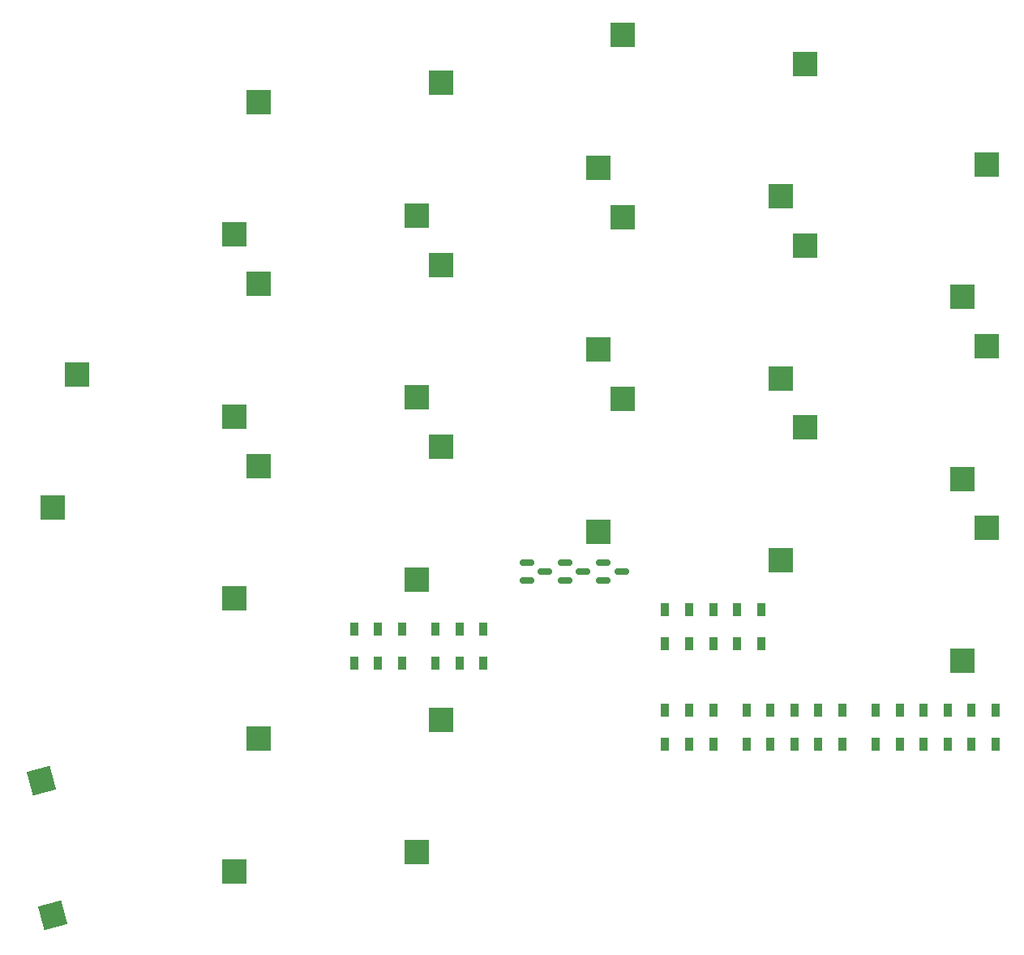
<source format=gbr>
%TF.GenerationSoftware,KiCad,Pcbnew,9.0.4*%
%TF.CreationDate,2025-10-31T22:45:30+09:00*%
%TF.ProjectId,KeeNoard-SMD,4b65654e-6f61-4726-942d-534d442e6b69,rev?*%
%TF.SameCoordinates,Original*%
%TF.FileFunction,Paste,Top*%
%TF.FilePolarity,Positive*%
%FSLAX46Y46*%
G04 Gerber Fmt 4.6, Leading zero omitted, Abs format (unit mm)*
G04 Created by KiCad (PCBNEW 9.0.4) date 2025-10-31 22:45:30*
%MOMM*%
%LPD*%
G01*
G04 APERTURE LIST*
G04 Aperture macros list*
%AMRoundRect*
0 Rectangle with rounded corners*
0 $1 Rounding radius*
0 $2 $3 $4 $5 $6 $7 $8 $9 X,Y pos of 4 corners*
0 Add a 4 corners polygon primitive as box body*
4,1,4,$2,$3,$4,$5,$6,$7,$8,$9,$2,$3,0*
0 Add four circle primitives for the rounded corners*
1,1,$1+$1,$2,$3*
1,1,$1+$1,$4,$5*
1,1,$1+$1,$6,$7*
1,1,$1+$1,$8,$9*
0 Add four rect primitives between the rounded corners*
20,1,$1+$1,$2,$3,$4,$5,0*
20,1,$1+$1,$4,$5,$6,$7,0*
20,1,$1+$1,$6,$7,$8,$9,0*
20,1,$1+$1,$8,$9,$2,$3,0*%
%AMRotRect*
0 Rectangle, with rotation*
0 The origin of the aperture is its center*
0 $1 length*
0 $2 width*
0 $3 Rotation angle, in degrees counterclockwise*
0 Add horizontal line*
21,1,$1,$2,0,0,$3*%
G04 Aperture macros list end*
%ADD10R,0.940000X1.400000*%
%ADD11R,2.500000X2.550000*%
%ADD12RoundRect,0.150000X-0.587500X-0.150000X0.587500X-0.150000X0.587500X0.150000X-0.587500X0.150000X0*%
%ADD13RotRect,2.550000X2.500000X285.000000*%
G04 APERTURE END LIST*
D10*
%TO.C,D10*%
X116999998Y-100274998D03*
X117000002Y-96725002D03*
%TD*%
%TO.C,D+2*%
X82000000Y-91774998D03*
X81999996Y-88225002D03*
%TD*%
%TO.C,D11*%
X116999998Y-89774998D03*
X117000002Y-86225002D03*
%TD*%
D11*
%TO.C,SW6*%
X69580000Y-99710000D03*
X67040000Y-113560000D03*
%TD*%
%TO.C,SW3*%
X69580000Y-33210000D03*
X67040000Y-47060000D03*
%TD*%
D10*
%TO.C,D13*%
X141499994Y-100274995D03*
X141499998Y-96724999D03*
%TD*%
D11*
%TO.C,SW4*%
X69580000Y-52210000D03*
X67040000Y-66060000D03*
%TD*%
D10*
%TO.C,D14*%
X119499995Y-89775003D03*
X119499999Y-86225007D03*
%TD*%
D11*
%TO.C,SW13*%
X107580000Y-64210000D03*
X105040000Y-78060000D03*
%TD*%
D10*
%TO.C,D8*%
X122999998Y-100274998D03*
X123000002Y-96725002D03*
%TD*%
D11*
%TO.C,SW5*%
X69580000Y-71210000D03*
X67040000Y-85060000D03*
%TD*%
D10*
%TO.C,D3*%
X111999999Y-89775001D03*
X112000003Y-86225005D03*
%TD*%
%TO.C,D4*%
X120499998Y-100274998D03*
X120500002Y-96725002D03*
%TD*%
%TO.C,D+3*%
X79499998Y-91774998D03*
X79499994Y-88225002D03*
%TD*%
D11*
%TO.C,SW12*%
X107580000Y-45210000D03*
X105040000Y-59060000D03*
%TD*%
%TO.C,SW15*%
X126580000Y-48210000D03*
X124040000Y-62060000D03*
%TD*%
%TO.C,SW10*%
X88580000Y-97710000D03*
X86040000Y-111560000D03*
%TD*%
%TO.C,SW19*%
X145580000Y-77710000D03*
X143040000Y-91560000D03*
%TD*%
D10*
%TO.C,D17*%
X121999996Y-89775002D03*
X122000000Y-86225006D03*
%TD*%
D11*
%TO.C,SW8*%
X88580000Y-50210000D03*
X86040000Y-64060000D03*
%TD*%
D10*
%TO.C,D+1*%
X84499999Y-91775000D03*
X84499995Y-88225004D03*
%TD*%
D11*
%TO.C,SW11*%
X107580000Y-26210000D03*
X105040000Y-40060000D03*
%TD*%
D12*
%TO.C,Q3*%
X107437500Y-82250000D03*
X107437500Y-82250000D03*
X105562500Y-81300000D03*
X105562500Y-81300000D03*
X105562500Y-83200000D03*
X105562500Y-83200000D03*
%TD*%
D10*
%TO.C,D6*%
X114499998Y-100274998D03*
X114500002Y-96725002D03*
%TD*%
D12*
%TO.C,Q2*%
X103437500Y-82250000D03*
X103437500Y-82250000D03*
X101562500Y-81300000D03*
X101562500Y-81300000D03*
X101562500Y-83200000D03*
X101562500Y-83200000D03*
%TD*%
D11*
%TO.C,SW16*%
X126580000Y-67210000D03*
X124040000Y-81060000D03*
%TD*%
%TO.C,SW9*%
X88580000Y-69210000D03*
X86040000Y-83060000D03*
%TD*%
D10*
%TO.C,D7*%
X114499999Y-89775001D03*
X114500003Y-86225005D03*
%TD*%
D11*
%TO.C,SW17*%
X145580000Y-39710000D03*
X143040000Y-53560000D03*
%TD*%
D10*
%TO.C,D16*%
X143999993Y-100274999D03*
X143999997Y-96725003D03*
%TD*%
D11*
%TO.C,SW1*%
X50580000Y-61710000D03*
X48040000Y-75560000D03*
%TD*%
D10*
%TO.C,D19*%
X146499996Y-100274996D03*
X146500000Y-96725000D03*
%TD*%
%TO.C,D9*%
X138999997Y-100274998D03*
X139000001Y-96725002D03*
%TD*%
D11*
%TO.C,SW7*%
X88580000Y-31210000D03*
X86040000Y-45060000D03*
%TD*%
D10*
%TO.C,D5*%
X136499998Y-100275001D03*
X136500002Y-96725005D03*
%TD*%
D11*
%TO.C,SW18*%
X145580000Y-58710000D03*
X143040000Y-72560000D03*
%TD*%
D13*
%TO.C,SW2*%
X46868602Y-104099119D03*
X47999795Y-118134592D03*
%TD*%
D11*
%TO.C,SW14*%
X126580000Y-29210000D03*
X124040000Y-43060000D03*
%TD*%
D12*
%TO.C,Q1*%
X99437500Y-82250000D03*
X99437500Y-82250000D03*
X97562500Y-81300000D03*
X97562500Y-81300000D03*
X97562500Y-83200000D03*
X97562500Y-83200000D03*
%TD*%
D10*
%TO.C,D1*%
X133999997Y-100274998D03*
X134000001Y-96725002D03*
%TD*%
%TO.C,D++1*%
X88000000Y-91775001D03*
X88000004Y-88225005D03*
%TD*%
%TO.C,D15*%
X127999997Y-100274998D03*
X128000001Y-96725002D03*
%TD*%
%TO.C,D12*%
X125499998Y-100274994D03*
X125500002Y-96724998D03*
%TD*%
%TO.C,D++2*%
X90499998Y-91774997D03*
X90500002Y-88225001D03*
%TD*%
%TO.C,D18*%
X130499997Y-100274994D03*
X130500001Y-96724998D03*
%TD*%
%TO.C,D++3*%
X93000002Y-91774999D03*
X93000006Y-88225003D03*
%TD*%
%TO.C,D2*%
X111999998Y-100274998D03*
X112000002Y-96725002D03*
%TD*%
M02*

</source>
